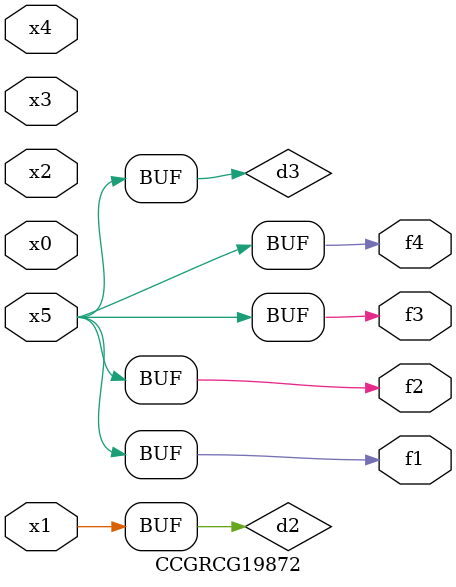
<source format=v>
module CCGRCG19872(
	input x0, x1, x2, x3, x4, x5,
	output f1, f2, f3, f4
);

	wire d1, d2, d3;

	not (d1, x5);
	or (d2, x1);
	xnor (d3, d1);
	assign f1 = d3;
	assign f2 = d3;
	assign f3 = d3;
	assign f4 = d3;
endmodule

</source>
